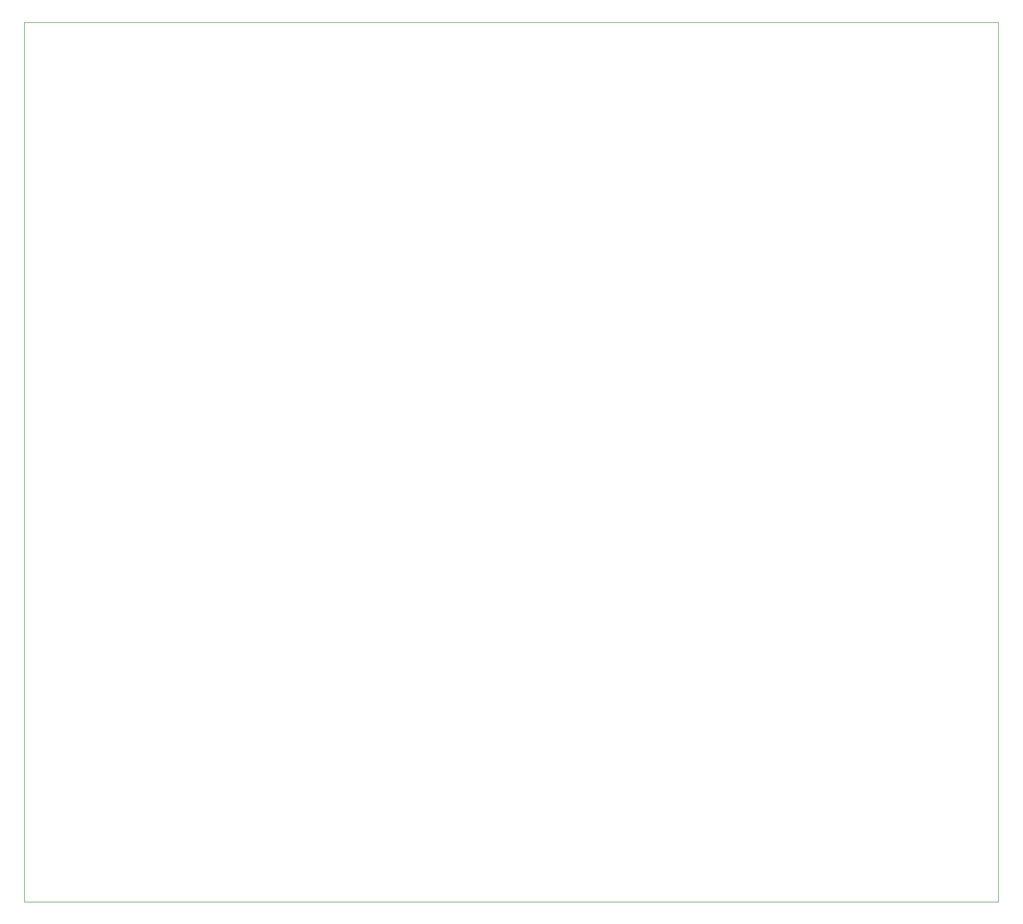
<source format=gbr>
G04 #@! TF.GenerationSoftware,KiCad,Pcbnew,(5.1.2)-2*
G04 #@! TF.CreationDate,2022-11-30T20:03:36+09:00*
G04 #@! TF.ProjectId,MCU_MotherBoard,4d43555f-4d6f-4746-9865-72426f617264,rev?*
G04 #@! TF.SameCoordinates,Original*
G04 #@! TF.FileFunction,Profile,NP*
%FSLAX46Y46*%
G04 Gerber Fmt 4.6, Leading zero omitted, Abs format (unit mm)*
G04 Created by KiCad (PCBNEW (5.1.2)-2) date 2022-11-30 20:03:36*
%MOMM*%
%LPD*%
G04 APERTURE LIST*
%ADD10C,0.050000*%
G04 APERTURE END LIST*
D10*
X179070000Y-17780000D02*
X176530000Y-17780000D01*
X179070000Y-158750000D02*
X179070000Y-17780000D01*
X176530000Y-158750000D02*
X179070000Y-158750000D01*
X176530000Y-17780000D02*
X22860000Y-17780000D01*
X22860000Y-158750000D02*
X176530000Y-158750000D01*
X22860000Y-17780000D02*
X22860000Y-158750000D01*
M02*

</source>
